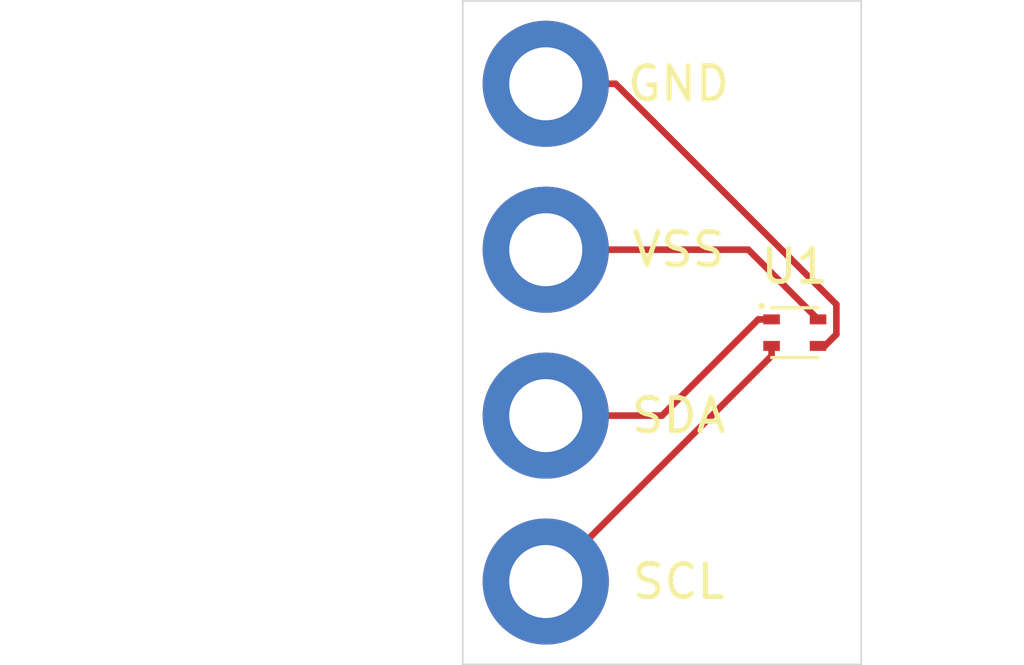
<source format=kicad_pcb>
(kicad_pcb (version 20241229) (generator "pcbnew") (generator_version "9.0")
  (layers (0 "F.Cu" signal) (2 "B.Cu" signal) (13 "F.Paste" user) (15 "B.Paste" user) (5 "F.SilkS" user "F.Silkscreen") (7 "B.SilkS" user "B.Silkscreen") (1 "F.Mask" user) (3 "B.Mask" user) (25 "Edge.Cuts" user))
  (net 0 "")
  (net 1 "Net-(U1-SCL)")
  (net 2 "Net-(U1-SDA)")
  (net 3 "GND")
  (net 4 "VSS")
  (footprint "MountingHole:MountingHole_2.2mm_M2_DIN965_Pad" (layer "F.Cu") (at 122.5 82.5)
    (property "Reference" "GND" (at 4 0 0) (layer "F.SilkS"))
    (property "Value" "MountingHole_Pad")
    (pad "1" thru_hole circle (at 0 0) (size 3.8 3.8) (drill 2.2) (layers "*.Cu" "*.Mask") (net 3 "GND"))
  )
  (footprint "MountingHole:MountingHole_2.2mm_M2_DIN965_Pad" (layer "F.Cu") (at 122.5 97.5)
    (property "Reference" "SCL" (at 4 0 0) (layer "F.SilkS"))
    (property "Value" "MountingHole_Pad")
    (pad "1" thru_hole circle (at 0 0) (size 3.8 3.8) (drill 2.2) (layers "*.Cu" "*.Mask") (net 1 "Net-(U1-SCL)"))
  )
  (footprint "MountingHole:MountingHole_2.2mm_M2_DIN965_Pad" (layer "F.Cu") (at 122.5 87.5)
    (property "Reference" "VSS" (at 4 0 0) (layer "F.SilkS"))
    (property "Value" "MountingHole_Pad")
    (pad "1" thru_hole circle (at 0 0) (size 3.8 3.8) (drill 2.2) (layers "*.Cu" "*.Mask") (net 4 "VSS"))
  )
  (footprint "MountingHole:MountingHole_2.2mm_M2_DIN965_Pad" (layer "F.Cu") (at 122.5 92.5)
    (property "Reference" "SDA" (at 4 0 0) (layer "F.SilkS"))
    (property "Value" "MountingHole_Pad")
    (pad "1" thru_hole circle (at 0 0) (size 3.8 3.8) (drill 2.2) (layers "*.Cu" "*.Mask") (net 2 "Net-(U1-SDA)"))
  )
  (footprint "STS4X:STS4X" (layer "F.Cu") (at 130 90)
    (property "Reference" "U1" (at 0 -2 0) (layer "F.SilkS"))
    (property "Value" "STS4X")
    (fp_line (start -0.7 -0.75) (end 0.7 -0.75) (stroke (width 0.1)) (layer "F.SilkS"))
    (fp_line (start -0.7 0.75) (end 0.7 0.75) (stroke (width 0.1)) (layer "F.SilkS"))
    (fp_circle (center -1 -0.8) (end -0.95 -0.8) (stroke (width 0.1)) (fill no) (layer "F.SilkS"))
    (pad "1" smd rect (at -0.7 -0.4) (size 0.5 0.3) (layers "F.Cu" "F.Mask" "F.Paste") (net 2 "Net-(U1-SDA)"))
    (pad "2" smd rect (at -0.7 0.4) (size 0.5 0.3) (layers "F.Cu" "F.Mask" "F.Paste") (net 1 "Net-(U1-SCL)"))
    (pad "3" smd rect (at 0.7 0.4) (size 0.5 0.3) (layers "F.Cu" "F.Mask" "F.Paste") (net 3 "GND"))
    (pad "4" smd rect (at 0.7 -0.4) (size 0.5 0.3) (layers "F.Cu" "F.Mask" "F.Paste") (net 4 "VSS"))
  )
  (gr_rect (start 120 80) (end 132 100) (stroke (width 0.05)) (fill no) (layer "Edge.Cuts"))
  (segment (start 129.3 90.7) (end 122.5 97.5) (width 0.2) (layer "F.Cu") (net 1))
  (segment (start 129.3 90.4) (end 129.3 90.7) (width 0.2) (layer "F.Cu") (net 1))
  (segment (start 129.3 89.6) (end 128.9 89.6) (width 0.2) (layer "F.Cu") (net 2))
  (segment (start 128.9 89.6) (end 126 92.5) (width 0.2) (layer "F.Cu") (net 2))
  (segment (start 126 92.5) (end 122.5 92.5) (width 0.2) (layer "F.Cu") (net 2))
  (segment (start 130.902 90.4) (end 131.251 90.051) (width 0.2) (layer "F.Cu") (net 3))
  (segment (start 131.251 90.051) (end 131.251 89.149) (width 0.2) (layer "F.Cu") (net 3))
  (segment (start 130.7 90.4) (end 130.902 90.4) (width 0.2) (layer "F.Cu") (net 3))
  (segment (start 124.602 82.5) (end 122.5 82.5) (width 0.2) (layer "F.Cu") (net 3))
  (segment (start 131.251 89.149) (end 124.602 82.5) (width 0.2) (layer "F.Cu") (net 3))
  (segment (start 128.6 87.5) (end 122.5 87.5) (width 0.2) (layer "F.Cu") (net 4))
  (segment (start 130.7 89.6) (end 128.6 87.5) (width 0.2) (layer "F.Cu") (net 4))
)
</source>
